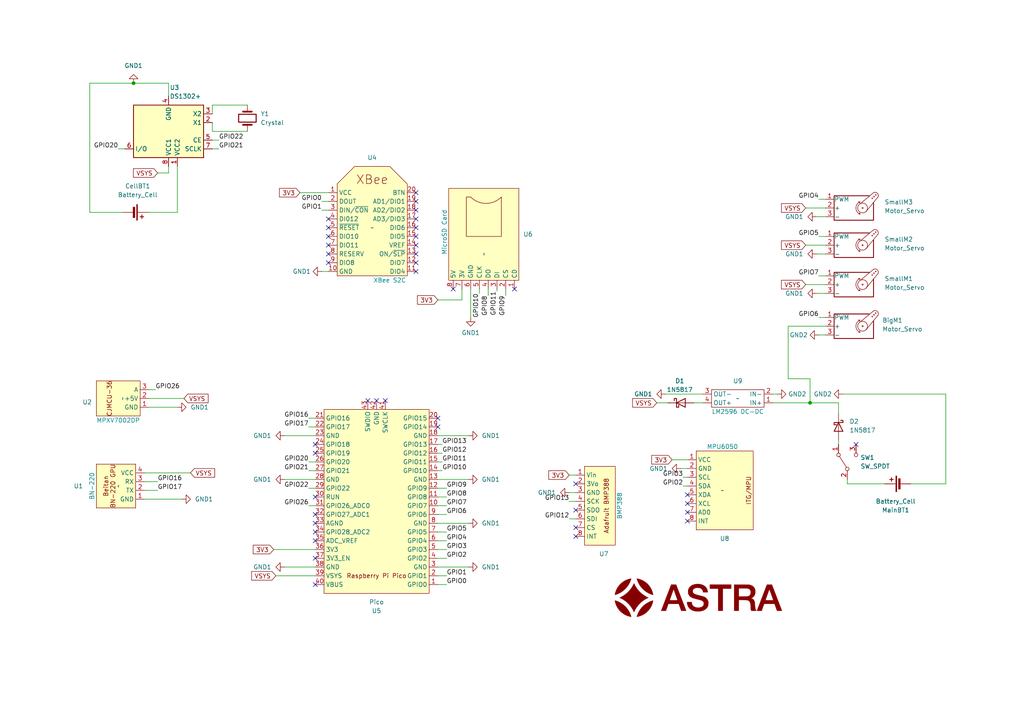
<source format=kicad_sch>
(kicad_sch (version 20230121) (generator eeschema)
  (paper "A4")
  (title_block (title "ASTRASAT PCB") (date "2023-11-29") (rev "v1.02.6") (comment 3 "                                                                    License: CC BY-SA 4.0") (comment 4 "                                                                    Author: Tan Siret Akıncı"))
  (lib_symbols
    (symbol "CansatParts:ASTRA_Logo" (pin_names (offset 1.016)))
    (symbol "CansatParts:BMP388_Adafruit"
      (property "Reference" "U" (at -12.7 0 0))
      (symbol "BMP388_Adafruit_1_1"
        (text "Adafruit BMP388" (at 0 1.27 0) (effects (font (size 1.27 1.27))))
        (text "BMP388" (at 0 5.08 0) (effects (font (size 1.27 1.27))))
        (pin input line (at -8.89 -7.62 90) (length 2.54) (name "Vin") (number "1"))
        (pin input line (at -6.35 -7.62 90) (length 2.54) (name "3Vo") (number "2"))
        (pin input line (at -3.81 -7.62 90) (length 2.54) (name "GND") (number "3"))
        (pin input line (at -1.27 -7.62 90) (length 2.54) (name "SCK") (number "4"))
        (pin input line (at 1.27 -7.62 90) (length 2.54) (name "SDO") (number "5"))
        (pin input line (at 3.81 -7.62 90) (length 2.54) (name "SDI") (number "6"))
        (pin input line (at 6.35 -7.62 90) (length 2.54) (name "CS") (number "7"))
        (pin input line (at 8.89 -7.62 90) (length 2.54) (name "INT") (number "8"))
      )
    )
    (symbol "CansatParts:BN-220"
      (property "Reference" "U" (at -7.62 0 0))
      (symbol "BN-220_1_1"
        (text "Beitan\nBN-220 GPU" (at 0 2.54 0) (effects (font (size 1.27 1.27))))
        (text "BN-220" (at 0 7.62 0) (effects (font (size 1.27 1.27))))
        (pin input line (at -3.81 -7.62 90) (length 2.54) (name "GND") (number "1"))
        (pin input line (at -1.27 -7.62 90) (length 2.54) (name "TX") (number "2"))
        (pin input line (at 1.27 -7.62 90) (length 2.54) (name "RX") (number "3"))
        (pin input line (at 3.81 -7.62 90) (length 2.54) (name "VCC") (number "4"))
      )
    )
    (symbol "CansatParts:LM2596_DC-DC_Buck_Module"
      (property "Reference" "U" (at 0 -3.81 0))
      (symbol "LM2596_DC-DC_Buck_Module_1_1"
        (text "LM2596 DC-DC" (at 0 3.81 0) (effects (font (size 1.27 1.27))))
        (pin input line (at -10.16 1.27 0) (length 2.54) (name "IN+") (number "1"))
        (pin input line (at -10.16 -1.27 0) (length 2.54) (name "IN-") (number "2"))
        (pin output line (at 10.16 -1.27 180) (length 2.54) (name "OUT-") (number "3"))
        (pin output line (at 10.16 1.27 180) (length 2.54) (name "OUT+") (number "4"))
      )
    )
    (symbol "CansatParts:MPU6050_ITG/MPU"
      (property "Reference" "U" (at 0 -12.7 0))
      (symbol "MPU6050_ITG/MPU_1_1"
        (text "ITG/MPU" (at 7.62 0 900) (effects (font (size 1.27 1.27))))
        (text "MPU6050" (at 0 12.7 0) (effects (font (size 1.27 1.27))))
        (pin input line (at -10.16 8.89 0) (length 2.54) (name "VCC") (number "1"))
        (pin input line (at -10.16 6.35 0) (length 2.54) (name "GND") (number "2"))
        (pin input line (at -10.16 3.81 0) (length 2.54) (name "SCL") (number "3"))
        (pin input line (at -10.16 1.27 0) (length 2.54) (name "SDA") (number "4"))
        (pin input line (at -10.16 -1.27 0) (length 2.54) (name "XDA") (number "5"))
        (pin input line (at -10.16 -3.81 0) (length 2.54) (name "XCL") (number "6"))
        (pin input line (at -10.16 -6.35 0) (length 2.54) (name "AD0") (number "7"))
        (pin input line (at -10.16 -8.89 0) (length 2.54) (name "INT") (number "8"))
      )
    )
    (symbol "CansatParts:MPXV7002DP CJMCU-36"
      (property "Reference" "U" (at -3.81 -6.35 0))
      (symbol "MPXV7002DP CJMCU-36_1_1"
        (text "CJMCU-36" (at 3.81 0 900) (effects (font (size 1.27 1.27))))
        (text "MPXV7002DP" (at 1.27 6.35 0) (effects (font (size 1.27 1.27))))
        (pin input line (at -7.62 2.54 0) (length 2.54) (name "GND") (number "1"))
        (pin input line (at -7.62 0 0) (length 2.54) (name "+5V") (number "2"))
        (pin input line (at -7.62 -2.54 0) (length 2.54) (name "A") (number "3"))
      )
    )
    (symbol "CansatParts:Micro_SD_Card_Breakout_Board_Adafruit"
      (property "Reference" "U" (at -15.24 0 0))
      (symbol "Micro_SD_Card_Breakout_Board_Adafruit_1_1"
        (text "MicroSD Card" (at -1.27 -11.43 0) (effects (font (size 1.27 1.27))))
        (pin input line (at 15.24 8.89 180) (length 2.54) (name "CD") (number "1"))
        (pin input line (at 15.24 6.35 180) (length 2.54) (name "CS") (number "2"))
        (pin input line (at 15.24 3.81 180) (length 2.54) (name "DI") (number "3"))
        (pin input line (at 15.24 1.27 180) (length 2.54) (name "DO") (number "4"))
        (pin input line (at 15.24 -1.27 180) (length 2.54) (name "CLK") (number "5"))
        (pin input line (at 15.24 -3.81 180) (length 2.54) (name "GND") (number "6"))
        (pin input line (at 15.24 -6.35 180) (length 2.54) (name "3V") (number "7"))
        (pin input line (at 15.24 -8.89 180) (length 2.54) (name "5V") (number "8"))
      )
    )
    (symbol "CansatParts:XBee_S2C"
      (property "Reference" "U" (at -8.89 -15.24 0))
      (symbol "XBee_S2C_1_1"
        (text "XBee" (at 0 13.97 0) (effects (font (size 2.54 2.54))))
        (text "XBee S2C" (at 5.08 -15.24 0) (effects (font (size 1.27 1.27))))
        (pin input line (at -12.7 10.16 0) (length 2.54) (name "VCC") (number "1"))
        (pin input line (at -12.7 -12.7 0) (length 2.54) (name "GND") (number "10"))
        (pin input line (at 12.7 -12.7 180) (length 2.54) (name "DIO4") (number "11"))
        (pin input line (at 12.7 -10.16 180) (length 2.54) (name "DIO7") (number "12"))
        (pin input line (at 12.7 -7.62 180) (length 2.54) (name "ON/~{SLP}") (number "13"))
        (pin input line (at 12.7 -5.08 180) (length 2.54) (name "VREF") (number "14"))
        (pin input line (at 12.7 -2.54 180) (length 2.54) (name "DIO5") (number "15"))
        (pin input line (at 12.7 0 180) (length 2.54) (name "DIO6") (number "16"))
        (pin input line (at 12.7 2.54 180) (length 2.54) (name "AD3/DIO3") (number "17"))
        (pin input line (at 12.7 5.08 180) (length 2.54) (name "AD2/DIO2") (number "18"))
        (pin input line (at 12.7 7.62 180) (length 2.54) (name "AD1/DIO1") (number "19"))
        (pin input line (at -12.7 7.62 0) (length 2.54) (name "DOUT") (number "2"))
        (pin input line (at 12.7 10.16 180) (length 2.54) (name "BTN") (number "20"))
        (pin input line (at -12.7 5.08 0) (length 2.54) (name "DIN/~{CON}") (number "3"))
        (pin input line (at -12.7 2.54 0) (length 2.54) (name "DI012") (number "4"))
        (pin input line (at -12.7 0 0) (length 2.54) (name "~{RESET}") (number "5"))
        (pin input line (at -12.7 -2.54 0) (length 2.54) (name "DIO10") (number "6"))
        (pin input line (at -12.7 -5.08 0) (length 2.54) (name "DIO11") (number "7"))
        (pin input line (at -12.7 -7.62 0) (length 2.54) (name "RESERV") (number "8"))
        (pin input line (at -12.7 -10.16 0) (length 2.54) (name "DIO8") (number "9"))
      )
    )
    (symbol "Device:Battery_Cell" (pin_numbers hide) (pin_names (offset 0) hide)
      (property "Reference" "BT" (at 2.54 2.54 0))
      (property "Value" "Battery_Cell" (at 2.54 0 0))
      (symbol "Battery_Cell_1_1"
        (pin passive line (at 0 5.08 270) (length 2.54) (name "+") (number "1"))
        (pin passive line (at 0 -2.54 90) (length 2.54) (name "-") (number "2"))
      )
    )
    (symbol "Device:Crystal" (pin_numbers hide) (pin_names (offset 1.016) hide)
      (property "Reference" "Y" (at 0 3.81 0))
      (property "Value" "Crystal" (at 0 -3.81 0))
      (symbol "Crystal_1_1"
        (pin passive line (at -3.81 0 0) (length 1.27) (name "1") (number "1"))
        (pin passive line (at 3.81 0 180) (length 1.27) (name "2") (number "2"))
      )
    )
    (symbol "Diode:1N5817" (pin_numbers hide) (pin_names (offset 1.016) hide)
      (property "Reference" "D" (at 0 2.54 0))
      (property "Value" "1N5817" (at 0 -2.54 0))
      (symbol "1N5817_1_1"
        (pin passive line (at -3.81 0 0) (length 2.54) (name "K") (number "1"))
        (pin passive line (at 3.81 0 180) (length 2.54) (name "A") (number "2"))
      )
    )
    (symbol "MCU_RaspberryPi_and_Boards:Pico"
      (property "Reference" "U" (at -13.97 27.94 0))
      (property "Value" "Pico" (at 0 19.05 0))
      (symbol "Pico_0_0"
        (text "Raspberry Pi Pico" (at 0 21.59 0) (effects (font (size 1.27 1.27))))
      )
      (symbol "Pico_1_1"
        (pin bidirectional line (at -17.78 24.13 0) (length 2.54) (name "GPIO0") (number "1"))
        (pin bidirectional line (at -17.78 1.27 0) (length 2.54) (name "GPIO7") (number "10"))
        (pin bidirectional line (at -17.78 -1.27 0) (length 2.54) (name "GPIO8") (number "11"))
        (pin bidirectional line (at -17.78 -3.81 0) (length 2.54) (name "GPIO9") (number "12"))
        (pin power_in line (at -17.78 -6.35 0) (length 2.54) (name "GND") (number "13"))
        (pin bidirectional line (at -17.78 -8.89 0) (length 2.54) (name "GPIO10") (number "14"))
        (pin bidirectional line (at -17.78 -11.43 0) (length 2.54) (name "GPIO11") (number "15"))
        (pin bidirectional line (at -17.78 -13.97 0) (length 2.54) (name "GPIO12") (number "16"))
        (pin bidirectional line (at -17.78 -16.51 0) (length 2.54) (name "GPIO13") (number "17"))
        (pin power_in line (at -17.78 -19.05 0) (length 2.54) (name "GND") (number "18"))
        (pin bidirectional line (at -17.78 -21.59 0) (length 2.54) (name "GPIO14") (number "19"))
        (pin bidirectional line (at -17.78 21.59 0) (length 2.54) (name "GPIO1") (number "2"))
        (pin bidirectional line (at -17.78 -24.13 0) (length 2.54) (name "GPIO15") (number "20"))
        (pin bidirectional line (at 17.78 -24.13 180) (length 2.54) (name "GPIO16") (number "21"))
        (pin bidirectional line (at 17.78 -21.59 180) (length 2.54) (name "GPIO17") (number "22"))
        (pin power_in line (at 17.78 -19.05 180) (length 2.54) (name "GND") (number "23"))
        (pin bidirectional line (at 17.78 -16.51 180) (length 2.54) (name "GPIO18") (number "24"))
        (pin bidirectional line (at 17.78 -13.97 180) (length 2.54) (name "GPIO19") (number "25"))
        (pin bidirectional line (at 17.78 -11.43 180) (length 2.54) (name "GPIO20") (number "26"))
        (pin bidirectional line (at 17.78 -8.89 180) (length 2.54) (name "GPIO21") (number "27"))
        (pin power_in line (at 17.78 -6.35 180) (length 2.54) (name "GND") (number "28"))
        (pin bidirectional line (at 17.78 -3.81 180) (length 2.54) (name "GPIO22") (number "29"))
        (pin power_in line (at -17.78 19.05 0) (length 2.54) (name "GND") (number "3"))
        (pin input line (at 17.78 -1.27 180) (length 2.54) (name "RUN") (number "30"))
        (pin bidirectional line (at 17.78 1.27 180) (length 2.54) (name "GPIO26_ADC0") (number "31"))
        (pin bidirectional line (at 17.78 3.81 180) (length 2.54) (name "GPIO27_ADC1") (number "32"))
        (pin power_in line (at 17.78 6.35 180) (length 2.54) (name "AGND") (number "33"))
        (pin bidirectional line (at 17.78 8.89 180) (length 2.54) (name "GPIO28_ADC2") (number "34"))
        (pin power_in line (at 17.78 11.43 180) (length 2.54) (name "ADC_VREF") (number "35"))
        (pin power_in line (at 17.78 13.97 180) (length 2.54) (name "3V3") (number "36"))
        (pin input line (at 17.78 16.51 180) (length 2.54) (name "3V3_EN") (number "37"))
        (pin bidirectional line (at 17.78 19.05 180) (length 2.54) (name "GND") (number "38"))
        (pin power_in line (at 17.78 21.59 180) (length 2.54) (name "VSYS") (number "39"))
        (pin bidirectional line (at -17.78 16.51 0) (length 2.54) (name "GPIO2") (number "4"))
        (pin power_in line (at 17.78 24.13 180) (length 2.54) (name "VBUS") (number "40"))
        (pin input line (at -2.54 -29.21 90) (length 2.54) (name "SWCLK") (number "41"))
        (pin power_in line (at 0 -29.21 90) (length 2.54) (name "GND") (number "42"))
        (pin bidirectional line (at 2.54 -29.21 90) (length 2.54) (name "SWDIO") (number "43"))
        (pin bidirectional line (at -17.78 13.97 0) (length 2.54) (name "GPIO3") (number "5"))
        (pin bidirectional line (at -17.78 11.43 0) (length 2.54) (name "GPIO4") (number "6"))
        (pin bidirectional line (at -17.78 8.89 0) (length 2.54) (name "GPIO5") (number "7"))
        (pin power_in line (at -17.78 6.35 0) (length 2.54) (name "GND") (number "8"))
        (pin bidirectional line (at -17.78 3.81 0) (length 2.54) (name "GPIO6") (number "9"))
      )
    )
    (symbol "Motor:Motor_Servo" (pin_names (offset 0.0254))
      (property "Reference" "M" (at -5.08 4.445 0))
      (property "Value" "Motor_Servo" (at -5.08 -4.064 0))
      (symbol "Motor_Servo_1_1"
        (pin passive line (at -7.62 2.54 0) (length 2.54) (name "PWM") (number "1"))
        (pin passive line (at -7.62 0 0) (length 2.54) (name "+") (number "2"))
        (pin passive line (at -7.62 -2.54 0) (length 2.54) (name "-") (number "3"))
      )
    )
    (symbol "Switch:SW_SPDT" (pin_names (offset 0) hide)
      (property "Reference" "SW" (at 0 4.318 0))
      (property "Value" "SW_SPDT" (at 0 -5.08 0))
      (symbol "SW_SPDT_1_1"
        (pin passive line (at 5.08 2.54 180) (length 2.54) (name "A") (number "1"))
        (pin passive line (at -5.08 0 0) (length 2.54) (name "B") (number "2"))
        (pin passive line (at 5.08 -2.54 180) (length 2.54) (name "C") (number "3"))
      )
    )
    (symbol "Timer_RTC:DS1302+"
      (property "Reference" "U" (at -8.89 8.89 0))
      (property "Value" "DS1302+" (at 6.35 8.89 0))
      (symbol "DS1302+_1_1"
        (pin power_in line (at -2.54 10.16 270) (length 2.54) (name "VCC2") (number "1"))
        (pin input line (at -12.7 -2.54 0) (length 2.54) (name "X1") (number "2"))
        (pin input line (at -12.7 -5.08 0) (length 2.54) (name "X2") (number "3"))
        (pin power_in line (at 0 -10.16 90) (length 2.54) (name "GND") (number "4"))
        (pin input line (at -12.7 2.54 0) (length 2.54) (name "CE") (number "5"))
        (pin bidirectional line (at 12.7 5.08 180) (length 2.54) (name "I/O") (number "6"))
        (pin input line (at -12.7 5.08 0) (length 2.54) (name "SCLK") (number "7"))
        (pin power_in line (at 0 10.16 270) (length 2.54) (name "VCC1") (number "8"))
      )
    )
    (symbol "power:GND1" (power) (pin_names (offset 0))
      (property "Value" "GND1" (at 0 -3.81 0))
      (symbol "GND1_1_1"
        (pin power_in line (at 0 0 270) (length 0) hide (name "GND1") (number "1"))
      )
    )
    (symbol "power:GND2" (power) (pin_names (offset 0))
      (property "Value" "GND2" (at 0 -3.81 0))
      (symbol "GND2_1_1"
        (pin power_in line (at 0 0 270) (length 0) hide (name "GND2") (number "1"))
      )
    )
  )
  (junction (at 38.735 24.13))
  (junction (at 234.95 116.84))
  (no_connect (at 120.65 66.04))
  (no_connect (at 95.25 71.12))
  (no_connect (at 95.25 63.5))
  (no_connect (at 120.65 68.58))
  (no_connect (at 167.005 147.955))
  (no_connect (at 127 121.285))
  (no_connect (at 120.65 63.5))
  (no_connect (at 109.22 116.205))
  (no_connect (at 120.65 73.66))
  (no_connect (at 167.005 153.035))
  (no_connect (at 95.25 76.2))
  (no_connect (at 167.005 155.575))
  (no_connect (at 120.65 60.96))
  (no_connect (at 248.285 128.905))
  (no_connect (at 199.39 151.13))
  (no_connect (at 91.44 154.305))
  (no_connect (at 91.44 169.545))
  (no_connect (at 106.68 116.205))
  (no_connect (at 91.44 149.225))
  (no_connect (at 95.25 73.66))
  (no_connect (at 91.44 131.445))
  (no_connect (at 149.225 83.82))
  (no_connect (at 111.76 116.205))
  (no_connect (at 91.44 156.845))
  (no_connect (at 95.25 68.58))
  (no_connect (at 199.39 146.05))
  (no_connect (at 131.445 83.82))
  (no_connect (at 127 123.825))
  (no_connect (at 95.25 66.04))
  (no_connect (at 120.65 76.2))
  (no_connect (at 91.44 161.925))
  (no_connect (at 199.39 143.51))
  (no_connect (at 91.44 144.145))
  (no_connect (at 120.65 71.12))
  (no_connect (at 120.65 58.42))
  (no_connect (at 91.44 151.765))
  (no_connect (at 120.65 78.74))
  (no_connect (at 167.005 140.335))
  (no_connect (at 91.44 128.905))
  (no_connect (at 120.65 55.88))
  (no_connect (at 199.39 148.59))
  (wire (pts (xy 228.6 94.615) (xy 239.395 94.615)))
  (wire (pts (xy 233.68 71.12) (xy 239.395 71.12)))
  (wire (pts (xy 91.44 133.985) (xy 89.535 133.985)))
  (wire (pts (xy 51.435 118.11) (xy 43.18 118.11)))
  (wire (pts (xy 133.985 86.995) (xy 133.985 83.82)))
  (wire (pts (xy 129.54 144.145) (xy 127 144.145)))
  (wire (pts (xy 233.68 60.325) (xy 239.395 60.325)))
  (wire (pts (xy 127 169.545) (xy 129.54 169.545)))
  (wire (pts (xy 274.32 114.3) (xy 274.32 140.335)))
  (wire (pts (xy 93.345 60.96) (xy 95.25 60.96)))
  (wire (pts (xy 38.735 24.13) (xy 48.895 24.13)))
  (wire (pts (xy 228.6 109.855) (xy 234.95 109.855)))
  (wire (pts (xy 135.89 151.765) (xy 127 151.765)))
  (wire (pts (xy 93.345 78.74) (xy 95.25 78.74)))
  (wire (pts (xy 91.44 139.065) (xy 82.55 139.065)))
  (wire (pts (xy 198.12 138.43) (xy 199.39 138.43)))
  (wire (pts (xy 61.595 30.48) (xy 71.755 30.48)))
  (wire (pts (xy 91.44 136.525) (xy 89.535 136.525)))
  (wire (pts (xy 136.525 83.82) (xy 136.525 92.075)))
  (wire (pts (xy 127 146.685) (xy 129.54 146.685)))
  (wire (pts (xy 91.44 126.365) (xy 82.55 126.365)))
  (wire (pts (xy 233.68 82.55) (xy 239.395 82.55)))
  (wire (pts (xy 225.425 114.3) (xy 224.155 114.3)))
  (wire (pts (xy 91.44 167.005) (xy 80.01 167.005)))
  (wire (pts (xy 127 156.845) (xy 129.54 156.845)))
  (wire (pts (xy 35.56 61.595) (xy 26.035 61.595)))
  (wire (pts (xy 91.44 164.465) (xy 82.55 164.465)))
  (wire (pts (xy 128.27 131.445) (xy 127 131.445)))
  (wire (pts (xy 51.435 61.595) (xy 51.435 48.26)))
  (wire (pts (xy 245.745 140.335) (xy 256.54 140.335)))
  (wire (pts (xy 135.89 164.465) (xy 127 164.465)))
  (wire (pts (xy 129.54 161.925) (xy 127 161.925)))
  (wire (pts (xy 236.855 73.66) (xy 239.395 73.66)))
  (wire (pts (xy 228.6 94.615) (xy 228.6 109.855)))
  (wire (pts (xy 93.345 58.42) (xy 95.25 58.42)))
  (wire (pts (xy 237.49 68.58) (xy 239.395 68.58)))
  (wire (pts (xy 91.44 121.285) (xy 89.535 121.285)))
  (wire (pts (xy 61.595 33.02) (xy 61.595 30.48)))
  (wire (pts (xy 135.89 126.365) (xy 127 126.365)))
  (wire (pts (xy 61.595 40.64) (xy 63.5 40.64)))
  (wire (pts (xy 244.475 114.3) (xy 274.32 114.3)))
  (wire (pts (xy 61.595 43.18) (xy 63.5 43.18)))
  (wire (pts (xy 127 154.305) (xy 129.54 154.305)))
  (wire (pts (xy 128.27 136.525) (xy 127 136.525)))
  (wire (pts (xy 146.685 83.82) (xy 146.685 85.725)))
  (wire (pts (xy 45.72 142.24) (xy 41.91 142.24)))
  (wire (pts (xy 45.72 50.165) (xy 48.895 50.165)))
  (wire (pts (xy 167.005 137.795) (xy 165.1 137.795)))
  (wire (pts (xy 264.16 140.335) (xy 274.32 140.335)))
  (wire (pts (xy 199.39 133.35) (xy 194.945 133.35)))
  (wire (pts (xy 167.005 145.415) (xy 165.1 145.415)))
  (wire (pts (xy 190.5 116.84) (xy 193.675 116.84)))
  (wire (pts (xy 141.605 83.82) (xy 141.605 85.725)))
  (wire (pts (xy 237.49 92.075) (xy 239.395 92.075)))
  (wire (pts (xy 135.89 139.065) (xy 127 139.065)))
  (wire (pts (xy 236.855 85.09) (xy 239.395 85.09)))
  (wire (pts (xy 52.705 144.78) (xy 41.91 144.78)))
  (wire (pts (xy 129.54 141.605) (xy 127 141.605)))
  (wire (pts (xy 61.595 35.56) (xy 61.595 38.1)))
  (wire (pts (xy 53.34 115.57) (xy 43.18 115.57)))
  (wire (pts (xy 34.29 43.18) (xy 36.195 43.18)))
  (wire (pts (xy 48.895 50.165) (xy 48.895 48.26)))
  (wire (pts (xy 199.39 135.89) (xy 197.485 135.89)))
  (wire (pts (xy 237.49 57.785) (xy 239.395 57.785)))
  (wire (pts (xy 193.04 114.3) (xy 203.835 114.3)))
  (wire (pts (xy 129.54 149.225) (xy 127 149.225)))
  (wire (pts (xy 91.44 146.685) (xy 89.535 146.685)))
  (wire (pts (xy 243.205 127.635) (xy 243.205 128.905)))
  (wire (pts (xy 224.155 116.84) (xy 234.95 116.84)))
  (wire (pts (xy 236.855 62.865) (xy 239.395 62.865)))
  (wire (pts (xy 48.895 24.13) (xy 48.895 27.94)))
  (wire (pts (xy 129.54 167.005) (xy 127 167.005)))
  (wire (pts (xy 61.595 38.1) (xy 71.755 38.1)))
  (wire (pts (xy 237.49 97.155) (xy 239.395 97.155)))
  (wire (pts (xy 237.49 80.01) (xy 239.395 80.01)))
  (wire (pts (xy 91.44 141.605) (xy 89.535 141.605)))
  (wire (pts (xy 55.245 137.16) (xy 41.91 137.16)))
  (wire (pts (xy 201.295 116.84) (xy 203.835 116.84)))
  (wire (pts (xy 26.035 24.13) (xy 38.735 24.13)))
  (wire (pts (xy 45.085 113.03) (xy 43.18 113.03)))
  (wire (pts (xy 128.27 133.985) (xy 127 133.985)))
  (wire (pts (xy 167.005 150.495) (xy 165.1 150.495)))
  (wire (pts (xy 26.035 61.595) (xy 26.035 24.13)))
  (wire (pts (xy 129.54 159.385) (xy 127 159.385)))
  (wire (pts (xy 127 86.995) (xy 133.985 86.995)))
  (wire (pts (xy 139.065 83.82) (xy 139.065 85.09)))
  (wire (pts (xy 198.12 140.97) (xy 199.39 140.97)))
  (wire (pts (xy 45.72 139.7) (xy 41.91 139.7)))
  (wire (pts (xy 234.95 109.855) (xy 234.95 116.84)))
  (wire (pts (xy 234.95 116.84) (xy 243.205 116.84)))
  (wire (pts (xy 128.27 128.905) (xy 127 128.905)))
  (wire (pts (xy 43.18 61.595) (xy 51.435 61.595)))
  (wire (pts (xy 245.745 139.065) (xy 245.745 140.335)))
  (wire (pts (xy 144.145 83.82) (xy 144.145 84.455)))
  (wire (pts (xy 86.995 55.88) (xy 95.25 55.88)))
  (wire (pts (xy 91.44 123.825) (xy 89.535 123.825)))
  (wire (pts (xy 167.005 142.875) (xy 165.1 142.875)))
  (wire (pts (xy 243.205 116.84) (xy 243.205 120.015)))
  (wire (pts (xy 91.44 159.385) (xy 79.375 159.385)))
  (label "GPIO26" (at 89.535 146.685 180))
  (label "GPIO6" (at 129.54 149.225 0))
  (label "GPIO1" (at 129.54 167.005 0))
  (label "GPIO8" (at 141.605 85.725 270))
  (label "GPIO13" (at 128.27 128.905 0))
  (label "GPIO6" (at 237.49 92.075 180))
  (label "GPIO0" (at 93.345 58.42 180))
  (label "GPIO5" (at 129.54 154.305 0))
  (label "GPIO21" (at 63.5 43.18 0))
  (label "GPIO8" (at 129.54 144.145 0))
  (label "GPIO9" (at 146.685 85.725 270))
  (label "GPIO20" (at 89.535 133.985 180))
  (label "GPIO0" (at 129.54 169.545 0))
  (label "GPIO13" (at 165.1 145.415 180))
  (label "GPIO22" (at 89.535 141.605 180))
  (label "GPIO3" (at 198.12 138.43 180))
  (label "GPIO21" (at 89.535 136.525 180))
  (label "GPIO11" (at 128.27 133.985 0))
  (label "GPIO1" (at 93.345 60.96 180))
  (label "GPIO16" (at 89.535 121.285 180))
  (label "GPIO2" (at 129.54 161.925 0))
  (label "GPIO12" (at 128.27 131.445 0))
  (label "GPIO12" (at 165.1 150.495 180))
  (label "GPIO10" (at 128.27 136.525 0))
  (label "GPIO10" (at 139.065 85.09 270))
  (label "GPIO17" (at 89.535 123.825 180))
  (label "GPIO3" (at 129.54 159.385 0))
  (label "GPIO22" (at 63.5 40.64 0))
  (label "GPIO20" (at 34.29 43.18 180))
  (label "GPIO16" (at 45.72 139.7 0))
  (label "GPIO26" (at 45.085 113.03 0))
  (label "GPIO4" (at 237.49 57.785 180))
  (label "GPIO7" (at 129.54 146.685 0))
  (label "GPIO7" (at 237.49 80.01 180))
  (label "GPIO11" (at 144.145 84.455 270))
  (label "GPIO17" (at 45.72 142.24 0))
  (label "GPIO5" (at 237.49 68.58 180))
  (label "GPIO4" (at 129.54 156.845 0))
  (label "GPIO2" (at 198.12 140.97 180))
  (label "GPIO9" (at 129.54 141.605 0))
  (global_label "VSYS" (shape input) (at 233.68 82.55 180) (property "Intersheetrefs" "${INTERSHEET_REFS}" (effects hide)))
  (global_label "VSYS" (shape input) (at 233.68 60.325 180) (property "Intersheetrefs" "${INTERSHEET_REFS}" (effects hide)))
  (global_label "VSYS" (shape input) (at 53.34 115.57 0) (property "Intersheetrefs" "${INTERSHEET_REFS}" (effects hide)))
  (global_label "VSYS" (shape input) (at 55.245 137.16 0) (property "Intersheetrefs" "${INTERSHEET_REFS}" (effects hide)))
  (global_label "3V3" (shape input) (at 127 86.995 180) (property "Intersheetrefs" "${INTERSHEET_REFS}" (effects hide)))
  (global_label "VSYS" (shape input) (at 80.01 167.005 180) (property "Intersheetrefs" "${INTERSHEET_REFS}" (effects hide)))
  (global_label "3V3" (shape input) (at 86.995 55.88 180) (property "Intersheetrefs" "${INTERSHEET_REFS}" (effects hide)))
  (global_label "3V3" (shape input) (at 194.945 133.35 180) (property "Intersheetrefs" "${INTERSHEET_REFS}" (effects hide)))
  (global_label "VSYS" (shape input) (at 45.72 50.165 180) (property "Intersheetrefs" "${INTERSHEET_REFS}" (effects hide)))
  (global_label "3V3" (shape input) (at 79.375 159.385 180) (property "Intersheetrefs" "${INTERSHEET_REFS}" (effects hide)))
  (global_label "3V3" (shape input) (at 165.1 137.795 180) (property "Intersheetrefs" "${INTERSHEET_REFS}" (effects hide)))
  (global_label "VSYS" (shape input) (at 190.5 116.84 180) (property "Intersheetrefs" "${INTERSHEET_REFS}" (effects hide)))
  (global_label "VSYS" (shape input) (at 233.68 71.12 180) (property "Intersheetrefs" "${INTERSHEET_REFS}" (effects hide)))
  (symbol (lib_id "power:GND1") (at 193.04 114.3 270) (unit 1)
    (property "Reference" "#PWR013" (effects hide))
    (property "Value" "GND1" (at 189.23 114.3 90) (effects (justify right)))
  )
  (symbol (lib_id "power:GND1") (at 236.855 85.09 270) (unit 1)
    (property "Reference" "#PWR016" (effects hide))
    (property "Value" "GND1" (at 233.045 85.09 90) (effects (justify right)))
  )
  (symbol (lib_id "Device:Battery_Cell") (at 38.1 61.595 270) (unit 1)
    (property "Reference" "CellBT1" (at 39.9415 53.975 90))
    (property "Value" "Battery_Cell" (at 39.9415 56.515 90))
    (property "Footprint" "Battery:BatteryHolder_Keystone_103_1x20mm" (effects hide))
  )
  (symbol (lib_id "Device:Crystal") (at 71.755 34.29 270) (unit 1)
    (property "Reference" "Y1" (at 75.565 33.02 90) (effects (justify left)))
    (property "Value" "Crystal" (at 75.565 35.56 90) (effects (justify left)))
    (property "Footprint" "Crystal:Crystal_C38-LF_D3.0mm_L8.0mm_Vertical" (effects hide))
  )
  (symbol (lib_id "power:GND1") (at 135.89 151.765 90) (unit 1)
    (property "Reference" "#PWR09" (effects hide))
    (property "Value" "GND1" (at 139.7 151.765 90) (effects (justify right)))
  )
  (symbol (lib_id "power:GND1") (at 197.485 135.89 270) (unit 1)
    (property "Reference" "#PWR014" (effects hide))
    (property "Value" "GND1" (at 193.675 135.89 90) (effects (justify right)))
  )
  (symbol (lib_id "Motor:Motor_Servo") (at 247.015 94.615 0) (unit 1)
    (property "Reference" "BigM1" (at 255.905 92.9116 0) (effects (justify left)))
    (property "Value" "Motor_Servo" (at 255.905 95.4516 0) (effects (justify left)))
    (property "Footprint" "Connector_PinHeader_2.54mm:PinHeader_1x03_P2.54mm_Vertical" (effects hide))
    (property "Datasheet" "http://forums.parallax.com/uploads/attachments/46831/74481.png" (effects hide))
  )
  (symbol (lib_id "power:GND1") (at 38.735 24.13 180) (unit 1)
    (property "Reference" "#PWR019" (effects hide))
    (property "Value" "GND1" (at 38.735 19.05 0))
  )
  (symbol (lib_id "power:GND1") (at 82.55 126.365 270) (unit 1)
    (property "Reference" "#PWR03" (effects hide))
    (property "Value" "GND1" (at 78.74 126.365 90) (effects (justify right)))
  )
  (symbol (lib_id "power:GND1") (at 82.55 139.065 270) (unit 1)
    (property "Reference" "#PWR04" (effects hide))
    (property "Value" "GND1" (at 78.74 139.065 90) (effects (justify right)))
  )
  (symbol (lib_id "Motor:Motor_Servo") (at 247.015 71.12 0) (unit 1)
    (property "Reference" "SmallM2" (at 256.54 69.4166 0) (effects (justify left)))
    (property "Value" "Motor_Servo" (at 256.54 71.9566 0) (effects (justify left)))
    (property "Footprint" "Connector_PinHeader_2.54mm:PinHeader_1x03_P2.54mm_Vertical" (effects hide))
    (property "Datasheet" "http://forums.parallax.com/uploads/attachments/46831/74481.png" (effects hide))
  )
  (symbol (lib_id "power:GND1") (at 52.705 144.78 90) (unit 1)
    (property "Reference" "#PWR02" (effects hide))
    (property "Value" "GND1" (at 56.515 144.78 90) (effects (justify right)))
  )
  (symbol (lib_id "Switch:SW_SPDT") (at 245.745 133.985 90) (unit 1)
    (property "Reference" "SW1" (at 249.555 132.715 90) (effects (justify right)))
    (property "Value" "SW_SPDT" (at 249.555 135.255 90) (effects (justify right)))
    (property "Footprint" "Button_Switch_THT:SW_E-Switch_EG1271_SPDT" (effects hide))
  )
  (symbol (lib_id "CansatParts:LM2596_DC-DC_Buck_Module") (at 213.995 115.57 180) (unit 1)
    (property "Reference" "U9" (at 213.995 110.49 0))
    (property "Value" "~" (at 213.995 115.57 0))
    (property "Footprint" "CansatFootprints:LM2596 Voltage Regulator board" (effects hide))
  )
  (symbol (lib_id "CansatParts:ASTRA_Logo") (at 202.565 173.355 0) (unit 1)
    (property "Reference" "#G1" (effects hide))
    (property "Value" "ASTRA_Logo" (effects hide))
  )
  (symbol (lib_id "power:GND2") (at 237.49 97.155 270) (unit 1)
    (property "Reference" "#PWR017" (effects hide))
    (property "Value" "GND2" (at 234.315 97.155 90) (effects (justify right)))
  )
  (symbol (lib_id "power:GND1") (at 51.435 118.11 90) (unit 1)
    (property "Reference" "#PWR01" (effects hide))
    (property "Value" "GND1" (at 55.245 118.11 90) (effects (justify right)))
  )
  (symbol (lib_id "CansatParts:Micro_SD_Card_Breakout_Board_Adafruit") (at 140.335 68.58 270) (unit 1)
    (property "Reference" "U6" (at 151.765 67.945 90) (effects (justify left)))
    (property "Value" "~" (at 140.335 73.66 0))
    (property "Footprint" "CansatFootprints:Adafruit MicroSD Breakout" (effects hide))
  )
  (symbol (lib_id "power:GND1") (at 135.89 139.065 90) (unit 1)
    (property "Reference" "#PWR08" (effects hide))
    (property "Value" "GND1" (at 139.7 139.065 90) (effects (justify right)))
  )
  (symbol (lib_id "Diode:1N5817") (at 197.485 116.84 0) (unit 1)
    (property "Reference" "D1" (at 197.1675 110.49 0))
    (property "Value" "1N5817" (at 197.1675 113.03 0))
    (property "Footprint" "Diode_THT:D_DO-41_SOD81_P7.62mm_Horizontal" (effects hide))
    (property "Datasheet" "http://www.vishay.com/docs/88525/1n5817.pdf" (effects hide))
  )
  (symbol (lib_id "CansatParts:MPU6050_ITG/MPU") (at 209.55 142.24 0) (unit 1)
    (property "Reference" "U8" (at 210.185 156.21 0))
    (property "Value" "~" (at 209.55 142.24 0))
    (property "Footprint" "CansatFootprints:MPU6050 Module" (effects hide))
  )
  (symbol (lib_id "CansatParts:XBee_S2C") (at 107.95 66.04 0) (unit 1)
    (property "Reference" "U4" (at 107.95 45.72 0))
    (property "Value" "~" (at 107.95 66.04 0))
    (property "Footprint" "CansatFootprints:XBee S2C" (effects hide))
  )
  (symbol (lib_id "power:GND2") (at 225.425 114.3 90) (unit 1)
    (property "Reference" "#PWR015" (effects hide))
    (property "Value" "GND2" (at 228.6 114.3 90) (effects (justify right)))
  )
  (symbol (lib_id "power:GND2") (at 244.475 114.3 270) (unit 1)
    (property "Reference" "#PWR018" (effects hide))
    (property "Value" "GND2" (at 241.3 114.3 90) (effects (justify right)))
  )
  (symbol (lib_id "MCU_RaspberryPi_and_Boards:Pico") (at 109.22 145.415 180) (unit 1)
    (property "Reference" "U5" (at 109.22 177.165 0))
    (property "Value" "Pico" (at 109.22 174.625 0))
    (property "Footprint" "MCU_RaspberryPi_and_Boards:RPi_Pico_SMD_TH" (effects hide))
  )
  (symbol (lib_id "power:GND1") (at 82.55 164.465 270) (unit 1)
    (property "Reference" "#PWR05" (effects hide))
    (property "Value" "GND1" (at 78.74 164.465 90) (effects (justify right)))
  )
  (symbol (lib_id "power:GND1") (at 165.1 142.875 270) (unit 1)
    (property "Reference" "#PWR012" (effects hide))
    (property "Value" "GND1" (at 161.29 142.875 90) (effects (justify right)))
  )
  (symbol (lib_id "Timer_RTC:DS1302+") (at 48.895 38.1 180) (unit 1)
    (property "Reference" "U3" (at 49.2409 25.4 0) (effects (justify right)))
    (property "Value" "DS1302+" (at 49.2409 27.94 0) (effects (justify right)))
    (property "Footprint" "Package_DIP:DIP-8_W7.62mm" (effects hide))
    (property "Datasheet" "https://datasheets.maximintegrated.com/en/ds/DS1302.pdf" (effects hide))
  )
  (symbol (lib_id "power:GND1") (at 135.89 126.365 90) (unit 1)
    (property "Reference" "#PWR07" (effects hide))
    (property "Value" "GND1" (at 139.7 126.365 90) (effects (justify right)))
  )
  (symbol (lib_id "power:GND1") (at 236.855 62.865 270) (unit 1)
    (property "Reference" "#PWR021" (effects hide))
    (property "Value" "GND1" (at 233.045 62.865 90) (effects (justify right)))
  )
  (symbol (lib_id "Device:Battery_Cell") (at 261.62 140.335 90) (unit 1)
    (property "Reference" "MainBT1" (at 259.7785 147.955 90))
    (property "Value" "Battery_Cell" (at 259.7785 145.415 90))
    (property "Footprint" "Connector_PinHeader_2.54mm:PinHeader_1x02_P2.54mm_Vertical" (effects hide))
  )
  (symbol (lib_id "power:GND1") (at 135.89 164.465 90) (unit 1)
    (property "Reference" "#PWR010" (effects hide))
    (property "Value" "GND1" (at 139.7 164.465 90) (effects (justify right)))
  )
  (symbol (lib_id "power:GND1") (at 93.345 78.74 270) (unit 1)
    (property "Reference" "#PWR06" (effects hide))
    (property "Value" "GND1" (at 90.17 78.74 90) (effects (justify right)))
  )
  (symbol (lib_id "CansatParts:BN-220") (at 34.29 140.97 90) (unit 1)
    (property "Reference" "U1" (at 24.13 140.97 90) (effects (justify left)))
    (property "Value" "~" (at 34.29 140.97 0))
    (property "Footprint" "CansatFootprints:BN-220" (effects hide))
  )
  (symbol (lib_id "Diode:1N5817") (at 243.205 123.825 270) (unit 1)
    (property "Reference" "D2" (at 246.38 122.2375 90) (effects (justify left)))
    (property "Value" "1N5817" (at 246.38 124.7775 90) (effects (justify left)))
    (property "Footprint" "Diode_THT:D_DO-41_SOD81_P7.62mm_Horizontal" (effects hide))
    (property "Datasheet" "http://www.vishay.com/docs/88525/1n5817.pdf" (effects hide))
  )
  (symbol (lib_id "Motor:Motor_Servo") (at 247.015 60.325 0) (unit 1)
    (property "Reference" "SmallM3" (at 256.54 58.6216 0) (effects (justify left)))
    (property "Value" "Motor_Servo" (at 256.54 61.1616 0) (effects (justify left)))
    (property "Footprint" "Connector_PinHeader_2.54mm:PinHeader_1x03_P2.54mm_Vertical" (effects hide))
    (property "Datasheet" "http://forums.parallax.com/uploads/attachments/46831/74481.png" (effects hide))
  )
  (symbol (lib_id "power:GND1") (at 136.525 92.075 0) (unit 1)
    (property "Reference" "#PWR011" (effects hide))
    (property "Value" "GND1" (at 136.525 96.52 0))
  )
  (symbol (lib_id "Motor:Motor_Servo") (at 247.015 82.55 0) (unit 1)
    (property "Reference" "SmallM1" (at 256.54 80.8466 0) (effects (justify left)))
    (property "Value" "Motor_Servo" (at 256.54 83.3866 0) (effects (justify left)))
    (property "Footprint" "Connector_PinHeader_2.54mm:PinHeader_1x03_P2.54mm_Vertical" (effects hide))
    (property "Datasheet" "http://forums.parallax.com/uploads/attachments/46831/74481.png" (effects hide))
  )
  (symbol (lib_id "power:GND1") (at 236.855 73.66 270) (unit 1)
    (property "Reference" "#PWR020" (effects hide))
    (property "Value" "GND1" (at 233.045 73.66 90) (effects (justify right)))
  )
  (symbol (lib_id "CansatParts:MPXV7002DP CJMCU-36") (at 35.56 115.57 180) (unit 1)
    (property "Reference" "U2" (at 26.67 116.63 0) (effects (justify left)))
    (property "Value" "~" (at 35.56 115.57 90))
    (property "Footprint" "Connector_PinHeader_2.54mm:PinHeader_1x03_P2.54mm_Vertical" (effects hide))
  )
  (symbol (lib_id "CansatParts:BMP388_Adafruit") (at 174.625 146.685 270) (unit 1)
    (property "Reference" "U7" (at 175.1358 160.655 90))
    (property "Value" "~" (at 169.545 146.685 0))
    (property "Footprint" "CansatFootprints:Adafruit BMP388 Blue" (effects hide))
  )
)
</source>
